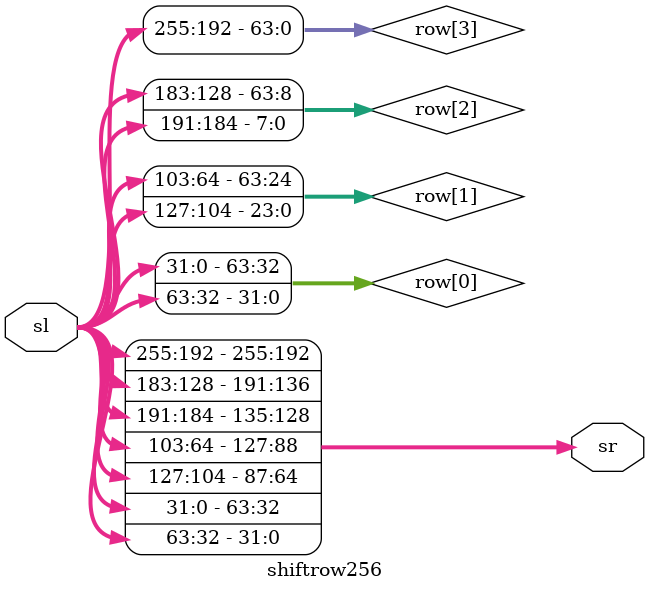
<source format=v>


module shiftrow1(sl,sr);
input [127:0] sl;
output  [127:0] sr;
wire [31:0] row[3:0];
localparam Nb = 4;

//formed the four rows

assign sr = {row[3], row[2], row[1], row[0]};
assign row[3] = sl[127:96];
assign row[2] ={sl[87:64],sl[95:88]};
assign row[1] ={sl[47:32],sl[63:48]};
assign row[0] ={sl[7:0],sl[31:8]};

endmodule


//Encryption of shiftrow 256bits

module shiftrow256(sl,sr);
input [255:0] sl;
output [255:0] sr;
wire [63:0] row[3:0];
localparam Nb = 8;

//formed the four rows

assign sr = {row[3], row[2], row[1], row[0]};
assign row[3] = sl[255:192];
assign row[2] = {sl[183:128],sl[191:184]};
assign row[1] = {sl[103:64],sl[127:104]};
assign row[0] = {sl[31:0],sl[63:32]};

endmodule


</source>
